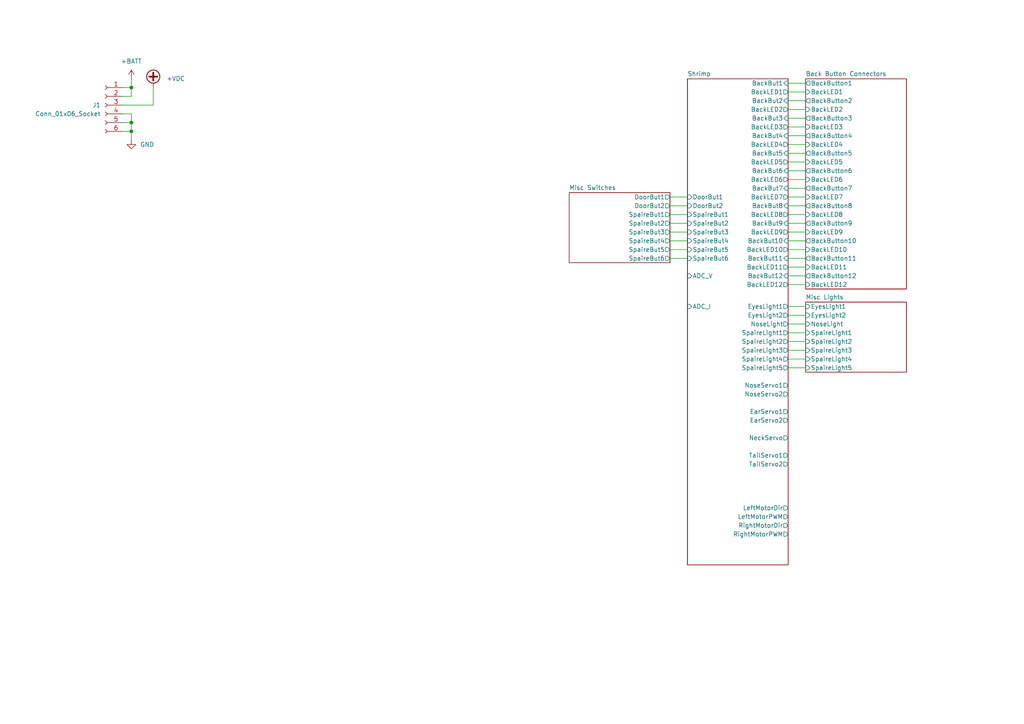
<source format=kicad_sch>
(kicad_sch (version 20250114) (generator "eeschema") (generator_version "9.0")
  (paper "A4")
  (title_block (title "${Project Title}") (date "2025-07-26") (rev "${Revision}") (company "${Company Name}") (comment 1 "${Designed By}"))
  (lib_symbols
    (symbol "Connector:Conn_01x06_Socket" (pin_names (offset 1.016) (hide yes))
      (property "Reference" "J" (at 0 7.62 0))
      (property "Value" "Conn_01x06_Socket" (at 0 -10.16 0))
      (symbol "Conn_01x06_Socket_1_1"
        (polyline (pts (xy -1.27 5.08) (xy -0.508 5.08)) (stroke (width 0.1524)))
        (polyline (pts (xy -1.27 2.54) (xy -0.508 2.54)) (stroke (width 0.1524)))
        (polyline (pts (xy -1.27 0) (xy -0.508 0)) (stroke (width 0.1524)))
        (polyline (pts (xy -1.27 -2.54) (xy -0.508 -2.54)) (stroke (width 0.1524)))
        (polyline (pts (xy -1.27 -5.08) (xy -0.508 -5.08)) (stroke (width 0.1524)))
        (polyline (pts (xy -1.27 -7.62) (xy -0.508 -7.62)) (stroke (width 0.1524)))
        (arc (start 0 4.572) (mid -0.5058 5.08) (end 0 5.588) (stroke (width 0.1524)))
        (arc (start 0 2.032) (mid -0.5058 2.54) (end 0 3.048) (stroke (width 0.1524)))
        (arc (start 0 -0.508) (mid -0.5058 0) (end 0 0.508) (stroke (width 0.1524)))
        (arc (start 0 -3.048) (mid -0.5058 -2.54) (end 0 -2.032) (stroke (width 0.1524)))
        (arc (start 0 -5.588) (mid -0.5058 -5.08) (end 0 -4.572) (stroke (width 0.1524)))
        (arc (start 0 -8.128) (mid -0.5058 -7.62) (end 0 -7.112) (stroke (width 0.1524)))
        (pin passive line (at -5.08 5.08 0) (length 3.81) (name "Pin_1") (number "1"))
        (pin passive line (at -5.08 2.54 0) (length 3.81) (name "Pin_2") (number "2"))
        (pin passive line (at -5.08 0 0) (length 3.81) (name "Pin_3") (number "3"))
        (pin passive line (at -5.08 -2.54 0) (length 3.81) (name "Pin_4") (number "4"))
        (pin passive line (at -5.08 -5.08 0) (length 3.81) (name "Pin_5") (number "5"))
        (pin passive line (at -5.08 -7.62 0) (length 3.81) (name "Pin_6") (number "6"))
      )
    )
    (symbol "power:+BATT" (power) (pin_numbers (hide yes)) (pin_names (offset 0) (hide yes))
      (property "Value" "+BATT" (at 0 3.556 0))
      (symbol "+BATT_0_1"
        (polyline (pts (xy -0.762 1.27) (xy 0 2.54)))
        (polyline (pts (xy 0 2.54) (xy 0.762 1.27)))
        (polyline (pts (xy 0 0) (xy 0 2.54)))
      )
      (symbol "+BATT_1_1"
        (pin power_in line (at 0 0 90) (length 0) (name "~") (number "1"))
      )
    )
    (symbol "power:+VDC" (power) (pin_numbers (hide yes)) (pin_names (offset 0) (hide yes))
      (property "Value" "+VDC" (at 0 6.35 0))
      (symbol "+VDC_0_1"
        (polyline (pts (xy -1.143 3.175) (xy 1.143 3.175)) (stroke (width 0.508)))
        (circle (center 0 3.175) (radius 1.905) (stroke (width 0.254)))
        (polyline (pts (xy 0 2.032) (xy 0 4.318)) (stroke (width 0.508)))
        (polyline (pts (xy 0 0) (xy 0 1.27)))
      )
      (symbol "+VDC_1_1"
        (pin power_in line (at 0 0 90) (length 0) (name "~") (number "1"))
      )
    )
    (symbol "power:GND" (power) (pin_numbers (hide yes)) (pin_names (offset 0) (hide yes))
      (property "Value" "GND" (at 0 -3.81 0))
      (symbol "GND_0_1"
        (polyline (pts (xy 0 0) (xy 0 -1.27) (xy 1.27 -1.27) (xy 0 -2.54) (xy -1.27 -1.27) (xy 0 -1.27)))
      )
      (symbol "GND_1_1"
        (pin power_in line (at 0 0 270) (length 0) (name "~") (number "1"))
      )
    )
  )
  (junction (at 38.1 35.56))
  (junction (at 38.1 25.4))
  (junction (at 38.1 38.1))
  (wire (pts (xy 228.6 44.45) (xy 233.68 44.45)))
  (wire (pts (xy 44.45 30.48) (xy 44.45 25.4)))
  (wire (pts (xy 228.6 77.47) (xy 233.68 77.47)))
  (wire (pts (xy 194.31 59.69) (xy 199.39 59.69)))
  (wire (pts (xy 228.6 82.55) (xy 233.68 82.55)))
  (wire (pts (xy 228.6 96.52) (xy 233.68 96.52)))
  (wire (pts (xy 35.56 38.1) (xy 38.1 38.1)))
  (wire (pts (xy 228.6 93.98) (xy 233.68 93.98)))
  (wire (pts (xy 228.6 74.93) (xy 233.68 74.93)))
  (wire (pts (xy 228.6 26.67) (xy 233.68 26.67)))
  (wire (pts (xy 228.6 64.77) (xy 233.68 64.77)))
  (wire (pts (xy 228.6 34.29) (xy 233.68 34.29)))
  (wire (pts (xy 194.31 69.85) (xy 199.39 69.85)))
  (wire (pts (xy 38.1 25.4) (xy 35.56 25.4)))
  (wire (pts (xy 228.6 46.99) (xy 233.68 46.99)))
  (wire (pts (xy 228.6 104.14) (xy 233.68 104.14)))
  (wire (pts (xy 38.1 33.02) (xy 38.1 35.56)))
  (wire (pts (xy 228.6 59.69) (xy 233.68 59.69)))
  (wire (pts (xy 35.56 27.94) (xy 38.1 27.94)))
  (wire (pts (xy 38.1 22.86) (xy 38.1 25.4)))
  (wire (pts (xy 228.6 72.39) (xy 233.68 72.39)))
  (wire (pts (xy 228.6 99.06) (xy 233.68 99.06)))
  (wire (pts (xy 228.6 67.31) (xy 233.68 67.31)))
  (wire (pts (xy 228.6 91.44) (xy 233.68 91.44)))
  (wire (pts (xy 228.6 57.15) (xy 233.68 57.15)))
  (wire (pts (xy 228.6 29.21) (xy 233.68 29.21)))
  (wire (pts (xy 228.6 62.23) (xy 233.68 62.23)))
  (wire (pts (xy 228.6 88.9) (xy 233.68 88.9)))
  (wire (pts (xy 194.31 67.31) (xy 199.39 67.31)))
  (wire (pts (xy 228.6 41.91) (xy 233.68 41.91)))
  (wire (pts (xy 228.6 39.37) (xy 233.68 39.37)))
  (wire (pts (xy 228.6 31.75) (xy 233.68 31.75)))
  (wire (pts (xy 38.1 27.94) (xy 38.1 25.4)))
  (wire (pts (xy 194.31 64.77) (xy 199.39 64.77)))
  (wire (pts (xy 38.1 38.1) (xy 38.1 40.64)))
  (wire (pts (xy 228.6 101.6) (xy 233.68 101.6)))
  (wire (pts (xy 228.6 52.07) (xy 233.68 52.07)))
  (wire (pts (xy 228.6 54.61) (xy 233.68 54.61)))
  (wire (pts (xy 228.6 36.83) (xy 233.68 36.83)))
  (wire (pts (xy 194.31 74.93) (xy 199.39 74.93)))
  (wire (pts (xy 194.31 62.23) (xy 199.39 62.23)))
  (wire (pts (xy 38.1 35.56) (xy 38.1 38.1)))
  (wire (pts (xy 35.56 30.48) (xy 44.45 30.48)))
  (wire (pts (xy 35.56 35.56) (xy 38.1 35.56)))
  (wire (pts (xy 35.56 33.02) (xy 38.1 33.02)))
  (wire (pts (xy 228.6 106.68) (xy 233.68 106.68)))
  (wire (pts (xy 228.6 80.01) (xy 233.68 80.01)))
  (wire (pts (xy 228.6 24.13) (xy 233.68 24.13)))
  (wire (pts (xy 194.31 57.15) (xy 199.39 57.15)))
  (wire (pts (xy 194.31 72.39) (xy 199.39 72.39)))
  (wire (pts (xy 228.6 49.53) (xy 233.68 49.53)))
  (wire (pts (xy 228.6 69.85) (xy 233.68 69.85)))
  (symbol (lib_id "Connector:Conn_01x06_Socket") (at 30.48 30.48 0) (mirror y) (unit 1)
    (property "Reference" "J1" (at 29.21 30.4799 0) (effects (justify left)))
    (property "Value" "Conn_01x06_Socket" (at 29.21 33.0199 0) (effects (justify left)))
    (property "Description" "Generic connector, single row, 01x06, script generated" (effects (hide yes)))
  )
  (symbol (lib_id "power:GND") (at 38.1 40.64 0) (unit 1)
    (property "Reference" "#PWR04" (effects (hide yes)))
    (property "Value" "GND" (at 40.64 41.9099 0) (effects (justify left)))
    (property "Description" "Power symbol creates a global label with name \"GND\" , ground" (effects (hide yes)))
  )
  (symbol (lib_id "power:+VDC") (at 44.45 25.4 0) (unit 1)
    (property "Reference" "#PWR05" (effects (hide yes)))
    (property "Value" "+VDC" (at 48.26 22.7964 0) (effects (justify left)))
    (property "Description" "Power symbol creates a global label with name \"+VDC\"" (effects (hide yes)))
  )
  (symbol (lib_id "power:+BATT") (at 38.1 22.86 0) (unit 1)
    (property "Reference" "#PWR03" (effects (hide yes)))
    (property "Value" "+BATT" (at 38.1 17.78 0))
    (property "Description" "Power symbol creates a global label with name \"+BATT\"" (effects (hide yes)))
  )
  (sheet (at 199.39 22.86) (size 29.21 140.97) (stroke (width 0.1524))
    (property "Sheetname" "Shrimp" (at 199.39 22.1484 0) (effects (justify left bottom)))
    (property "Sheetfile" "shrimp.kicad_sch" (effects (hide yes)))
    (pin "BackLED11" output (at 228.6 77.47 0))
    (pin "BackLED9" output (at 228.6 67.31 0))
    (pin "BackBut1" input (at 228.6 24.13 0))
    (pin "BackLED7" output (at 228.6 57.15 0))
    (pin "TailServo2" output (at 228.6 134.62 0))
    (pin "BackLED3" output (at 228.6 36.83 0))
    (pin "BackLED4" output (at 228.6 41.91 0))
    (pin "EarServo2" output (at 228.6 121.92 0))
    (pin "NoseServo2" output (at 228.6 114.3 0))
    (pin "BackBut7" input (at 228.6 54.61 0))
    (pin "EarServo1" output (at 228.6 119.38 0))
    (pin "BackBut6" input (at 228.6 49.53 0))
    (pin "BackBut5" input (at 228.6 44.45 0))
    (pin "BackLED10" output (at 228.6 72.39 0))
    (pin "BackLED12" output (at 228.6 82.55 0))
    (pin "BackBut10" input (at 228.6 69.85 0))
    (pin "NoseLight" output (at 228.6 93.98 0))
    (pin "EyesLight2" output (at 228.6 91.44 0))
    (pin "NeckServo" output (at 228.6 127 0))
    (pin "BackBut8" input (at 228.6 59.69 0))
    (pin "BackLED6" output (at 228.6 52.07 0))
    (pin "BackBut12" input (at 228.6 80.01 0))
    (pin "BackBut9" input (at 228.6 64.77 0))
    (pin "BackLED5" output (at 228.6 46.99 0))
    (pin "BackBut4" input (at 228.6 39.37 0))
    (pin "BackBut3" input (at 228.6 34.29 0))
    (pin "BackLED1" output (at 228.6 26.67 0))
    (pin "NoseServo1" output (at 228.6 111.76 0))
    (pin "EyesLight1" output (at 228.6 88.9 0))
    (pin "TailServo1" output (at 228.6 132.08 0))
    (pin "BackBut2" input (at 228.6 29.21 0))
    (pin "BackBut11" input (at 228.6 74.93 0))
    (pin "BackLED2" output (at 228.6 31.75 0))
    (pin "BackLED8" output (at 228.6 62.23 0))
    (pin "DoorBut1" input (at 199.39 57.15 180))
    (pin "DoorBut2" input (at 199.39 59.69 180))
    (pin "ADC_I" input (at 199.39 88.9 180))
    (pin "ADC_V" input (at 199.39 80.01 180))
    (pin "LeftMotorDir" output (at 228.6 147.32 0))
    (pin "LeftMotorPWM" output (at 228.6 149.86 0))
    (pin "RightMotorDir" output (at 228.6 152.4 0))
    (pin "RightMotorPWM" output (at 228.6 154.94 0))
    (pin "SpaireLight1" output (at 228.6 96.52 0))
    (pin "SpaireLight2" output (at 228.6 99.06 0))
    (pin "SpaireLight3" output (at 228.6 101.6 0))
    (pin "SpaireLight4" output (at 228.6 104.14 0))
    (pin "SpaireLight5" output (at 228.6 106.68 0))
    (pin "SpaireBut1" input (at 199.39 62.23 180))
    (pin "SpaireBut2" input (at 199.39 64.77 180))
    (pin "SpaireBut3" input (at 199.39 67.31 180))
    (pin "SpaireBut4" input (at 199.39 69.85 180))
    (pin "SpaireBut5" input (at 199.39 72.39 180))
    (pin "SpaireBut6" input (at 199.39 74.93 180))
  )
  (sheet (at 233.68 87.63) (size 29.21 20.32) (stroke (width 0.1524))
    (property "Sheetname" "Misc Lights" (at 233.68 86.9184 0) (effects (justify left bottom)))
    (property "Sheetfile" "misc lights.kicad_sch" (effects (hide yes)))
    (pin "EyesLight1" input (at 233.68 88.9 180))
    (pin "EyesLight2" input (at 233.68 91.44 180))
    (pin "NoseLight" input (at 233.68 93.98 180))
    (pin "SpaireLight1" input (at 233.68 96.52 180))
    (pin "SpaireLight2" input (at 233.68 99.06 180))
    (pin "SpaireLight3" input (at 233.68 101.6 180))
    (pin "SpaireLight4" input (at 233.68 104.14 180))
    (pin "SpaireLight5" input (at 233.68 106.68 180))
  )
  (sheet (at 233.68 22.86) (size 29.21 60.96) (stroke (width 0.1524))
    (property "Sheetname" "Back Button Connectors" (at 233.68 22.1484 0) (effects (justify left bottom)))
    (property "Sheetfile" "Back Button Connectors.kicad_sch" (effects (hide yes)))
    (pin "BackButton1" output (at 233.68 24.13 180))
    (pin "BackButton2" output (at 233.68 29.21 180))
    (pin "BackButton3" output (at 233.68 34.29 180))
    (pin "BackButton4" output (at 233.68 39.37 180))
    (pin "BackButton5" output (at 233.68 44.45 180))
    (pin "BackButton6" output (at 233.68 49.53 180))
    (pin "BackButton7" output (at 233.68 54.61 180))
    (pin "BackButton8" output (at 233.68 59.69 180))
    (pin "BackButton9" output (at 233.68 64.77 180))
    (pin "BackButton10" output (at 233.68 69.85 180))
    (pin "BackButton11" output (at 233.68 74.93 180))
    (pin "BackButton12" output (at 233.68 80.01 180))
    (pin "BackLED1" input (at 233.68 26.67 180))
    (pin "BackLED2" input (at 233.68 31.75 180))
    (pin "BackLED3" input (at 233.68 36.83 180))
    (pin "BackLED4" input (at 233.68 41.91 180))
    (pin "BackLED5" input (at 233.68 46.99 180))
    (pin "BackLED6" input (at 233.68 52.07 180))
    (pin "BackLED7" input (at 233.68 57.15 180))
    (pin "BackLED8" input (at 233.68 62.23 180))
    (pin "BackLED9" input (at 233.68 67.31 180))
    (pin "BackLED10" input (at 233.68 72.39 180))
    (pin "BackLED11" input (at 233.68 77.47 180))
    (pin "BackLED12" input (at 233.68 82.55 180))
  )
  (sheet (at 165.1 55.88) (size 29.21 20.32) (stroke (width 0.1524))
    (property "Sheetname" "Misc Switches" (at 165.1 55.1684 0) (effects (justify left bottom)))
    (property "Sheetfile" "Switches.kicad_sch" (effects (hide yes)))
    (pin "DoorBut1" output (at 194.31 57.15 0))
    (pin "DoorBut2" output (at 194.31 59.69 0))
    (pin "SpaireBut1" output (at 194.31 62.23 0))
    (pin "SpaireBut2" output (at 194.31 64.77 0))
    (pin "SpaireBut3" output (at 194.31 67.31 0))
    (pin "SpaireBut4" output (at 194.31 69.85 0))
    (pin "SpaireBut5" output (at 194.31 72.39 0))
    (pin "SpaireBut6" output (at 194.31 74.93 0))
  )
)
</source>
